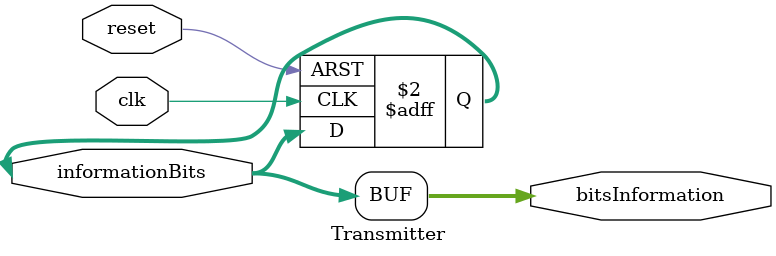
<source format=v>
`timescale 1ns / 1ps
module Transmitter(
		input [7:0] informationBits,
		output [7:0] bitsInformation,
		input clk, 
		input reset
    );
	
	always @(posedge clk, posedge reset) begin 
		if(reset)
			informationBits <= 8'b00000000;
	end
	
	assign bitsInformation = informationBits;
	
endmodule

</source>
